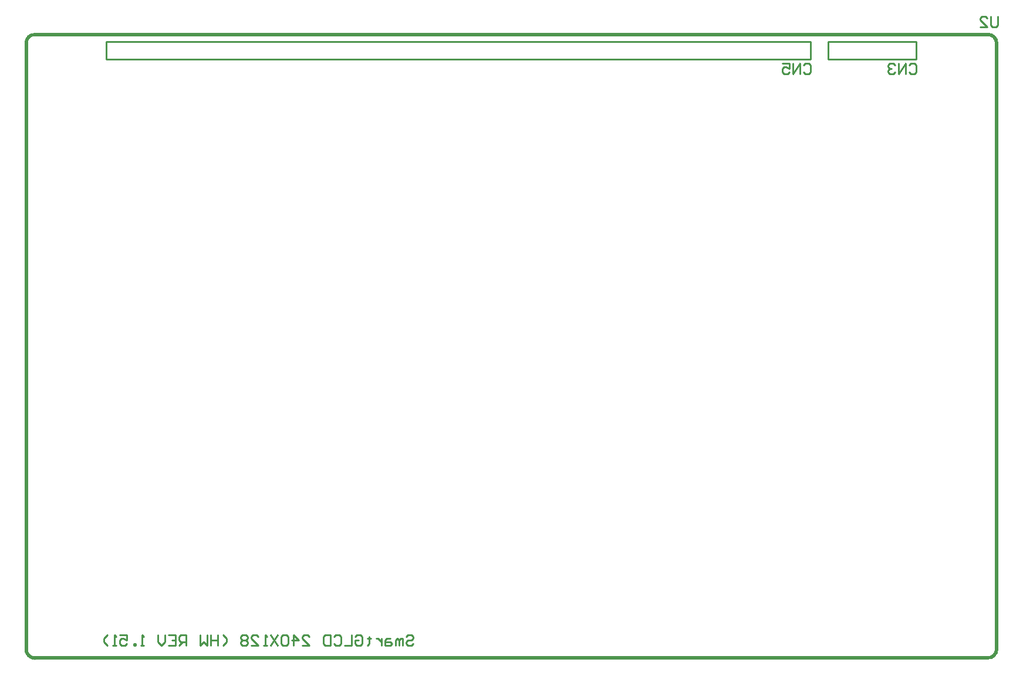
<source format=gbo>
%FSLAX23Y23*%
%MOIN*%
G70*
G01*
G75*
G04 Layer_Color=32896*
G04:AMPARAMS|DCode=10|XSize=50mil|YSize=80mil|CornerRadius=13mil|HoleSize=0mil|Usage=FLASHONLY|Rotation=90.000|XOffset=0mil|YOffset=0mil|HoleType=Round|Shape=RoundedRectangle|*
%AMROUNDEDRECTD10*
21,1,0.050,0.055,0,0,90.0*
21,1,0.025,0.080,0,0,90.0*
1,1,0.025,0.028,0.013*
1,1,0.025,0.028,-0.013*
1,1,0.025,-0.028,-0.013*
1,1,0.025,-0.028,0.013*
%
%ADD10ROUNDEDRECTD10*%
%ADD11R,0.080X0.050*%
%ADD12O,0.018X0.041*%
%ADD13R,0.018X0.041*%
G04:AMPARAMS|DCode=14|XSize=35mil|YSize=35mil|CornerRadius=5mil|HoleSize=0mil|Usage=FLASHONLY|Rotation=0.000|XOffset=0mil|YOffset=0mil|HoleType=Round|Shape=RoundedRectangle|*
%AMROUNDEDRECTD14*
21,1,0.035,0.025,0,0,0.0*
21,1,0.025,0.035,0,0,0.0*
1,1,0.011,0.012,-0.012*
1,1,0.011,-0.012,-0.012*
1,1,0.011,-0.012,0.012*
1,1,0.011,0.012,0.012*
%
%ADD14ROUNDEDRECTD14*%
G04:AMPARAMS|DCode=15|XSize=35mil|YSize=35mil|CornerRadius=5mil|HoleSize=0mil|Usage=FLASHONLY|Rotation=90.000|XOffset=0mil|YOffset=0mil|HoleType=Round|Shape=RoundedRectangle|*
%AMROUNDEDRECTD15*
21,1,0.035,0.025,0,0,90.0*
21,1,0.025,0.035,0,0,90.0*
1,1,0.011,0.012,0.012*
1,1,0.011,0.012,-0.012*
1,1,0.011,-0.012,-0.012*
1,1,0.011,-0.012,0.012*
%
%ADD15ROUNDEDRECTD15*%
G04:AMPARAMS|DCode=16|XSize=24mil|YSize=39mil|CornerRadius=6mil|HoleSize=0mil|Usage=FLASHONLY|Rotation=0.000|XOffset=0mil|YOffset=0mil|HoleType=Round|Shape=RoundedRectangle|*
%AMROUNDEDRECTD16*
21,1,0.024,0.028,0,0,0.0*
21,1,0.012,0.039,0,0,0.0*
1,1,0.012,0.006,-0.014*
1,1,0.012,-0.006,-0.014*
1,1,0.012,-0.006,0.014*
1,1,0.012,0.006,0.014*
%
%ADD16ROUNDEDRECTD16*%
%ADD17C,0.010*%
%ADD18C,0.015*%
%ADD19C,0.079*%
%ADD20C,0.065*%
%ADD21C,0.260*%
%ADD22C,0.059*%
%ADD23R,0.059X0.059*%
%ADD24C,0.050*%
%ADD25C,0.008*%
%ADD26C,0.005*%
G04:AMPARAMS|DCode=27|XSize=58mil|YSize=88mil|CornerRadius=17mil|HoleSize=0mil|Usage=FLASHONLY|Rotation=90.000|XOffset=0mil|YOffset=0mil|HoleType=Round|Shape=RoundedRectangle|*
%AMROUNDEDRECTD27*
21,1,0.058,0.055,0,0,90.0*
21,1,0.025,0.088,0,0,90.0*
1,1,0.033,0.028,0.013*
1,1,0.033,0.028,-0.013*
1,1,0.033,-0.028,-0.013*
1,1,0.033,-0.028,0.013*
%
%ADD27ROUNDEDRECTD27*%
%ADD28R,0.088X0.058*%
%ADD29O,0.026X0.049*%
%ADD30R,0.026X0.049*%
G04:AMPARAMS|DCode=31|XSize=43mil|YSize=43mil|CornerRadius=9mil|HoleSize=0mil|Usage=FLASHONLY|Rotation=0.000|XOffset=0mil|YOffset=0mil|HoleType=Round|Shape=RoundedRectangle|*
%AMROUNDEDRECTD31*
21,1,0.043,0.025,0,0,0.0*
21,1,0.025,0.043,0,0,0.0*
1,1,0.019,0.012,-0.012*
1,1,0.019,-0.012,-0.012*
1,1,0.019,-0.012,0.012*
1,1,0.019,0.012,0.012*
%
%ADD31ROUNDEDRECTD31*%
G04:AMPARAMS|DCode=32|XSize=43mil|YSize=43mil|CornerRadius=9mil|HoleSize=0mil|Usage=FLASHONLY|Rotation=90.000|XOffset=0mil|YOffset=0mil|HoleType=Round|Shape=RoundedRectangle|*
%AMROUNDEDRECTD32*
21,1,0.043,0.025,0,0,90.0*
21,1,0.025,0.043,0,0,90.0*
1,1,0.019,0.012,0.012*
1,1,0.019,0.012,-0.012*
1,1,0.019,-0.012,-0.012*
1,1,0.019,-0.012,0.012*
%
%ADD32ROUNDEDRECTD32*%
G04:AMPARAMS|DCode=33|XSize=32mil|YSize=47mil|CornerRadius=10mil|HoleSize=0mil|Usage=FLASHONLY|Rotation=0.000|XOffset=0mil|YOffset=0mil|HoleType=Round|Shape=RoundedRectangle|*
%AMROUNDEDRECTD33*
21,1,0.032,0.028,0,0,0.0*
21,1,0.012,0.047,0,0,0.0*
1,1,0.020,0.006,-0.014*
1,1,0.020,-0.006,-0.014*
1,1,0.020,-0.006,0.014*
1,1,0.020,0.006,0.014*
%
%ADD33ROUNDEDRECTD33*%
%ADD34C,0.087*%
%ADD35C,0.073*%
%ADD36C,0.268*%
%ADD37C,0.067*%
%ADD38R,0.067X0.067*%
%ADD39C,0.058*%
%ADD40C,0.020*%
D17*
X6491Y5555D02*
X6991D01*
X6491Y5455D02*
X6991D01*
X6491D02*
Y5555D01*
X6991Y5455D02*
Y5555D01*
X2391D02*
X6391D01*
X2391Y5455D02*
X6391D01*
Y5555D01*
X2391Y5455D02*
Y5555D01*
X7454Y5696D02*
Y5646D01*
X7444Y5636D01*
X7424D01*
X7414Y5646D01*
Y5696D01*
X7354Y5636D02*
X7394D01*
X7354Y5676D01*
Y5686D01*
X7364Y5696D01*
X7384D01*
X7394Y5686D01*
X4095Y2175D02*
X4105Y2185D01*
X4125D01*
X4135Y2175D01*
Y2165D01*
X4125Y2155D01*
X4105D01*
X4095Y2145D01*
Y2135D01*
X4105Y2125D01*
X4125D01*
X4135Y2135D01*
X4075Y2125D02*
Y2165D01*
X4065D01*
X4055Y2155D01*
Y2125D01*
Y2155D01*
X4045Y2165D01*
X4035Y2155D01*
Y2125D01*
X4005Y2165D02*
X3985D01*
X3975Y2155D01*
Y2125D01*
X4005D01*
X4015Y2135D01*
X4005Y2145D01*
X3975D01*
X3955Y2165D02*
Y2125D01*
Y2145D01*
X3945Y2155D01*
X3935Y2165D01*
X3925D01*
X3885Y2175D02*
Y2165D01*
X3895D01*
X3875D01*
X3885D01*
Y2135D01*
X3875Y2125D01*
X3805Y2175D02*
X3815Y2185D01*
X3835D01*
X3845Y2175D01*
Y2135D01*
X3835Y2125D01*
X3815D01*
X3805Y2135D01*
Y2155D01*
X3825D01*
X3785Y2185D02*
Y2125D01*
X3745D01*
X3685Y2175D02*
X3695Y2185D01*
X3715D01*
X3725Y2175D01*
Y2135D01*
X3715Y2125D01*
X3695D01*
X3685Y2135D01*
X3665Y2185D02*
Y2125D01*
X3635D01*
X3625Y2135D01*
Y2175D01*
X3635Y2185D01*
X3665D01*
X3505Y2125D02*
X3545D01*
X3505Y2165D01*
Y2175D01*
X3515Y2185D01*
X3535D01*
X3545Y2175D01*
X3455Y2125D02*
Y2185D01*
X3485Y2155D01*
X3445D01*
X3425Y2175D02*
X3415Y2185D01*
X3395D01*
X3385Y2175D01*
Y2135D01*
X3395Y2125D01*
X3415D01*
X3425Y2135D01*
Y2175D01*
X3365Y2185D02*
X3325Y2125D01*
Y2185D02*
X3365Y2125D01*
X3305D02*
X3285D01*
X3295D01*
Y2185D01*
X3305Y2175D01*
X3215Y2125D02*
X3255D01*
X3215Y2165D01*
Y2175D01*
X3225Y2185D01*
X3245D01*
X3255Y2175D01*
X3195D02*
X3185Y2185D01*
X3165D01*
X3155Y2175D01*
Y2165D01*
X3165Y2155D01*
X3155Y2145D01*
Y2135D01*
X3165Y2125D01*
X3185D01*
X3195Y2135D01*
Y2145D01*
X3185Y2155D01*
X3195Y2165D01*
Y2175D01*
X3185Y2155D02*
X3165D01*
X3055Y2125D02*
X3075Y2145D01*
Y2165D01*
X3055Y2185D01*
X3025D02*
Y2125D01*
Y2155D01*
X2985D01*
Y2185D01*
Y2125D01*
X2965Y2185D02*
Y2125D01*
X2945Y2145D01*
X2925Y2125D01*
Y2185D01*
X2845Y2125D02*
Y2185D01*
X2815D01*
X2805Y2175D01*
Y2155D01*
X2815Y2145D01*
X2845D01*
X2825D02*
X2805Y2125D01*
X2745Y2185D02*
X2785D01*
Y2125D01*
X2745D01*
X2785Y2155D02*
X2765D01*
X2725Y2185D02*
Y2145D01*
X2705Y2125D01*
X2685Y2145D01*
Y2185D01*
X2605Y2125D02*
X2586D01*
X2595D01*
Y2185D01*
X2605Y2175D01*
X2556Y2125D02*
Y2135D01*
X2546D01*
Y2125D01*
X2556D01*
X2466Y2185D02*
X2506D01*
Y2155D01*
X2486Y2165D01*
X2476D01*
X2466Y2155D01*
Y2135D01*
X2476Y2125D01*
X2496D01*
X2506Y2135D01*
X2446Y2125D02*
X2426D01*
X2436D01*
Y2185D01*
X2446Y2175D01*
X2396Y2125D02*
X2376Y2145D01*
Y2165D01*
X2396Y2185D01*
X6950Y5420D02*
X6960Y5430D01*
X6980D01*
X6990Y5420D01*
Y5380D01*
X6980Y5370D01*
X6960D01*
X6950Y5380D01*
X6930Y5370D02*
Y5430D01*
X6890Y5370D01*
Y5430D01*
X6870Y5420D02*
X6860Y5430D01*
X6840D01*
X6830Y5420D01*
Y5410D01*
X6840Y5400D01*
X6850D01*
X6840D01*
X6830Y5390D01*
Y5380D01*
X6840Y5370D01*
X6860D01*
X6870Y5380D01*
X6350Y5420D02*
X6360Y5430D01*
X6380D01*
X6390Y5420D01*
Y5380D01*
X6380Y5370D01*
X6360D01*
X6350Y5380D01*
X6330Y5370D02*
Y5430D01*
X6290Y5370D01*
Y5430D01*
X6230D02*
X6270D01*
Y5400D01*
X6250Y5410D01*
X6240D01*
X6230Y5400D01*
Y5380D01*
X6240Y5370D01*
X6260D01*
X6270Y5380D01*
D40*
X7448Y5545D02*
G03*
X7398Y5595I-50J0D01*
G01*
X1986D02*
G03*
X1936Y5545I0J-50D01*
G01*
Y2102D02*
G03*
X1986Y2053I50J0D01*
G01*
X7398D02*
G03*
X7448Y2102I0J50D01*
G01*
Y5532D02*
Y5545D01*
X7385Y5595D02*
X7398D01*
X2000D02*
X7385D01*
X1986D02*
X2000D01*
X1936Y5531D02*
Y5545D01*
Y2139D02*
Y5531D01*
X1986Y2053D02*
X2023D01*
X1936Y2102D02*
Y2139D01*
X2023Y2053D02*
X7307D01*
X7448Y2193D02*
Y5532D01*
Y2102D02*
Y2193D01*
X7307Y2053D02*
X7398D01*
M02*

</source>
